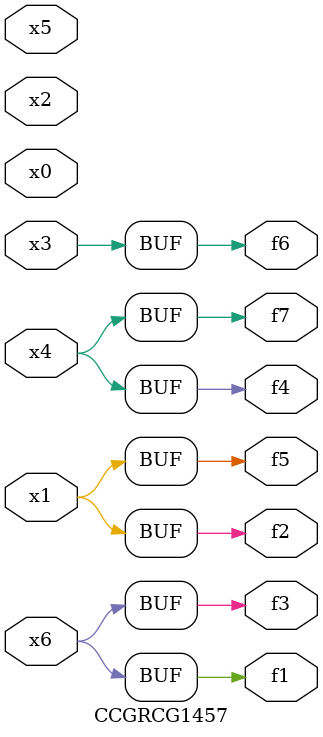
<source format=v>
module CCGRCG1457(
	input x0, x1, x2, x3, x4, x5, x6,
	output f1, f2, f3, f4, f5, f6, f7
);
	assign f1 = x6;
	assign f2 = x1;
	assign f3 = x6;
	assign f4 = x4;
	assign f5 = x1;
	assign f6 = x3;
	assign f7 = x4;
endmodule

</source>
